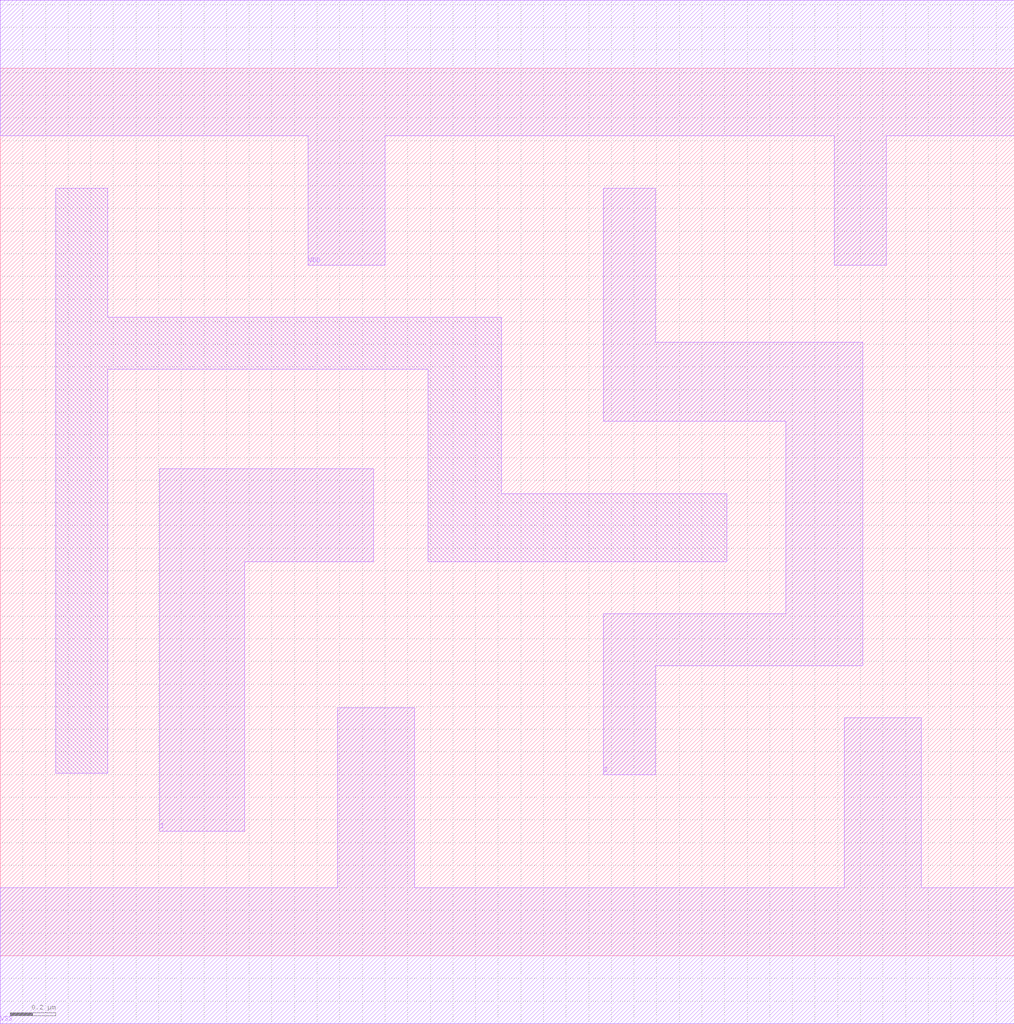
<source format=lef>
# Copyright 2022 GlobalFoundries PDK Authors
#
# Licensed under the Apache License, Version 2.0 (the "License");
# you may not use this file except in compliance with the License.
# You may obtain a copy of the License at
#
#      http://www.apache.org/licenses/LICENSE-2.0
#
# Unless required by applicable law or agreed to in writing, software
# distributed under the License is distributed on an "AS IS" BASIS,
# WITHOUT WARRANTIES OR CONDITIONS OF ANY KIND, either express or implied.
# See the License for the specific language governing permissions and
# limitations under the License.

MACRO gf180mcu_fd_sc_mcu7t5v0__clkbuf_2
  CLASS core ;
  FOREIGN gf180mcu_fd_sc_mcu7t5v0__clkbuf_2 0.0 0.0 ;
  ORIGIN 0 0 ;
  SYMMETRY X Y ;
  SITE GF018hv5v_mcu_sc7 ;
  SIZE 4.48 BY 3.92 ;
  PIN I
    DIRECTION INPUT ;
    ANTENNAGATEAREA 0.726 ;
    PORT
      LAYER METAL1 ;
        POLYGON 0.705 0.55 1.08 0.55 1.08 1.74 1.65 1.74 1.65 2.15 0.705 2.15  ;
    END
  END I
  PIN Z
    DIRECTION OUTPUT ;
    ANTENNADIFFAREA 1.0086 ;
    PORT
      LAYER METAL1 ;
        POLYGON 2.665 2.36 3.21 2.36 3.47 2.36 3.47 1.51 2.665 1.51 2.665 0.8 2.895 0.8 2.895 1.28 3.81 1.28 3.81 2.71 3.21 2.71 2.895 2.71 2.895 3.39 2.665 3.39  ;
    END
  END Z
  PIN VDD
    DIRECTION INOUT ;
    USE power ;
    SHAPE ABUTMENT ;
    PORT
      LAYER METAL1 ;
        POLYGON 0 3.62 1.36 3.62 1.36 3.05 1.7 3.05 1.7 3.62 3.21 3.62 3.685 3.62 3.685 3.05 3.915 3.05 3.915 3.62 4.48 3.62 4.48 4.22 3.21 4.22 0 4.22  ;
    END
  END VDD
  PIN VSS
    DIRECTION INOUT ;
    USE ground ;
    SHAPE ABUTMENT ;
    PORT
      LAYER METAL1 ;
        POLYGON 0 -0.3 4.48 -0.3 4.48 0.3 4.07 0.3 4.07 1.05 3.73 1.05 3.73 0.3 1.83 0.3 1.83 1.095 1.49 1.095 1.49 0.3 0 0.3  ;
    END
  END VSS
  OBS
      LAYER METAL1 ;
        POLYGON 0.245 0.805 0.475 0.805 0.475 2.59 1.89 2.59 1.89 1.74 3.21 1.74 3.21 2.04 2.215 2.04 2.215 2.82 0.475 2.82 0.475 3.39 0.245 3.39  ;
  END
END gf180mcu_fd_sc_mcu7t5v0__clkbuf_2

</source>
